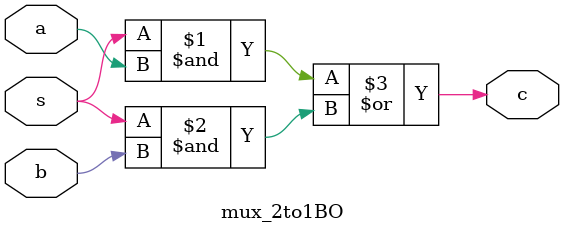
<source format=v>
`timescale 1ns / 1ps



module mux_2to1BO(a,b,c,s);
input a,b,s;
output c;
    assign c = s&a|s&b;
endmodule

</source>
